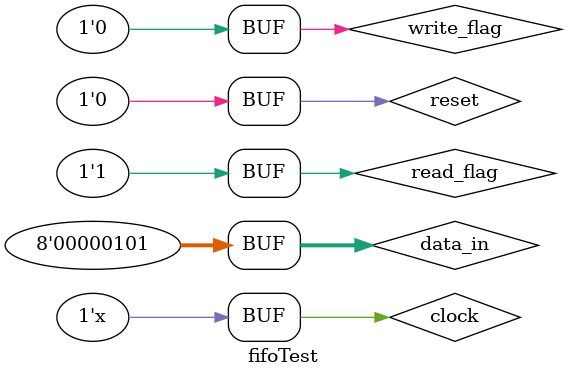
<source format=v>
`timescale 1ns / 1ps


module fifoTest;

	// Inputs
	reg write_flag;
	reg read_flag;
	reg [7:0] data_in;
	reg clock;
	reg reset;

	// Outputs
	wire [7:0] data_out;
	wire empty_flag;
	wire full_flag;

	// Instantiate the Unit Under Test (UUT)
	UART_fifo_interface #(
		.bits_depth(2)
	) uut (
		.write_flag(write_flag), 
		.read_flag(read_flag), 
		.data_in(data_in), 
		.clock(clock), 
		.reset(reset), 
		.data_out(data_out), 
		.empty_flag(empty_flag), 
		.full_flag(full_flag)
	);

	initial begin
		// Initialize Inputs
		write_flag = 0;
		read_flag = 0;
		data_in = 0;
		clock = 0;
		reset = 1;

		// comienza prueba de escritura
		#10;
		reset = 0;
		data_in = 1;
		write_flag = 1;
		#1;
		write_flag = 0;
		#1;
      data_in = 2;
		write_flag = 1;
		#1;
		write_flag = 0;
		#1;  
		data_in = 3;
		write_flag = 1;
		#1;
		write_flag = 0;
		#1;
		data_in = 4;
		write_flag = 1;
		#1;
		write_flag = 0;
		#1;
		data_in = 5;
		write_flag = 1;
		#1;
		write_flag = 0;
		#1;
		// hasta acá prueba de escritura, comienza prueba de lectura
		read_flag = 1;
		#1;
		read_flag = 0;
		#1;
		read_flag = 1;
		#1;
		
	end
	
	always begin
		clock = ~clock;
		#1;
	end
      
endmodule


</source>
